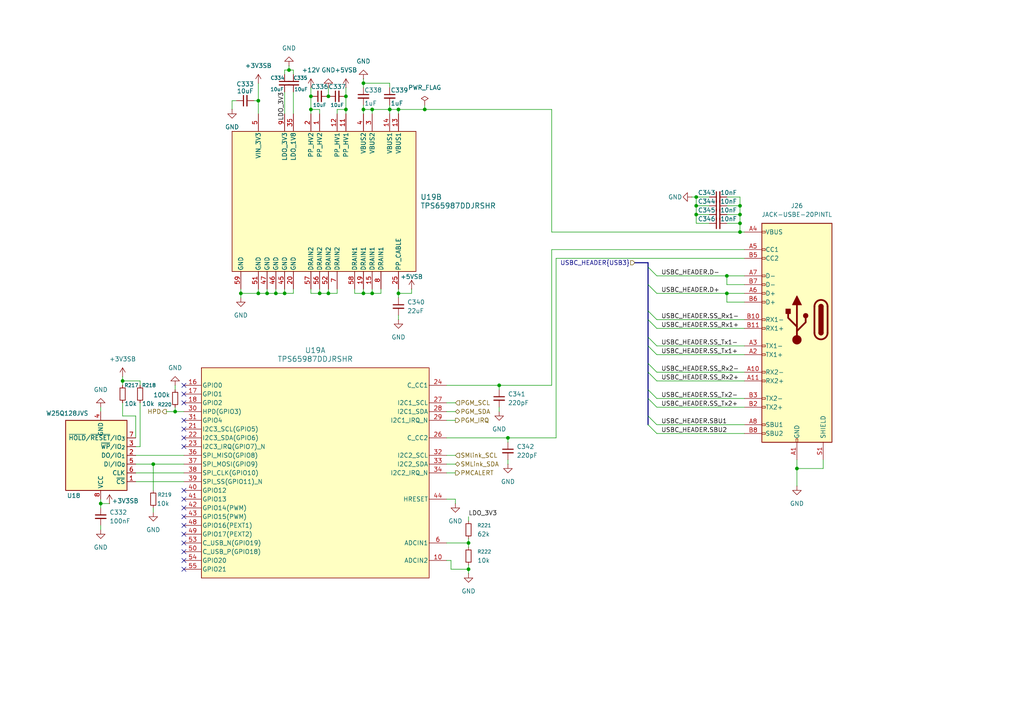
<source format=kicad_sch>
(kicad_sch (version 20250114) (generator "eeschema") (generator_version "9.0")
  (paper "A4")
  (lib_symbols
    (symbol "Connector:USB_C_Receptacle" (pin_names (offset 1.016))
      (property "Reference" "J" (at -10.16 29.21 0))
      (property "Value" "USB_C_Receptacle" (at 10.16 29.21 0))
      (symbol "USB_C_Receptacle_0_0"
        (rectangle (start -0.254 -35.56) (end 0.254 -34.544))
        (rectangle (start 10.16 25.654) (end 9.144 25.146))
        (rectangle (start 10.16 20.574) (end 9.144 20.066))
        (rectangle (start 10.16 18.034) (end 9.144 17.526))
        (rectangle (start 10.16 12.954) (end 9.144 12.446))
        (rectangle (start 10.16 10.414) (end 9.144 9.906))
        (rectangle (start 10.16 7.874) (end 9.144 7.366))
        (rectangle (start 10.16 5.334) (end 9.144 4.826))
        (rectangle (start 10.16 0.254) (end 9.144 -0.254))
        (rectangle (start 10.16 -2.286) (end 9.144 -2.794))
        (rectangle (start 10.16 -7.366) (end 9.144 -7.874))
        (rectangle (start 10.16 -9.906) (end 9.144 -10.414))
        (rectangle (start 10.16 -14.986) (end 9.144 -15.494))
        (rectangle (start 10.16 -17.526) (end 9.144 -18.034))
        (rectangle (start 10.16 -22.606) (end 9.144 -23.114))
        (rectangle (start 10.16 -25.146) (end 9.144 -25.654))
        (rectangle (start 10.16 -30.226) (end 9.144 -30.734))
        (rectangle (start 10.16 -32.766) (end 9.144 -33.274))
      )
      (symbol "USB_C_Receptacle_0_1"
        (rectangle (start -10.16 27.94) (end 10.16 -35.56) (stroke (width 0.254)) (fill (type background)))
        (polyline (pts (xy -8.89 -3.81) (xy -8.89 3.81)) (stroke (width 0.508)))
        (rectangle (start -7.62 -3.81) (end -6.35 3.81) (stroke (width 0.254)) (fill (type outline)))
        (arc (start -7.62 3.81) (mid -6.985 4.4423) (end -6.35 3.81) (stroke (width 0.254)))
        (arc (start -7.62 3.81) (mid -6.985 4.4423) (end -6.35 3.81) (stroke (width 0.254)) (fill (type outline)))
        (arc (start -8.89 3.81) (mid -6.985 5.7067) (end -5.08 3.81) (stroke (width 0.508)))
        (arc (start -5.08 -3.81) (mid -6.985 -5.7067) (end -8.89 -3.81) (stroke (width 0.508)))
        (arc (start -6.35 -3.81) (mid -6.985 -4.4423) (end -7.62 -3.81) (stroke (width 0.254)))
        (arc (start -6.35 -3.81) (mid -6.985 -4.4423) (end -7.62 -3.81) (stroke (width 0.254)) (fill (type outline)))
        (polyline (pts (xy -5.08 3.81) (xy -5.08 -3.81)) (stroke (width 0.508)))
      )
      (symbol "USB_C_Receptacle_1_1"
        (circle (center -2.54 1.143) (radius 0.635) (stroke (width 0.254)) (fill (type outline)))
        (polyline (pts (xy -1.27 4.318) (xy 0 6.858) (xy 1.27 4.318) (xy -1.27 4.318)) (stroke (width 0.254)) (fill (type outline)))
        (polyline (pts (xy 0 -2.032) (xy 2.54 0.508) (xy 2.54 1.778)) (stroke (width 0.508)))
        (polyline (pts (xy 0 -3.302) (xy -2.54 -0.762) (xy -2.54 0.508)) (stroke (width 0.508)))
        (polyline (pts (xy 0 -5.842) (xy 0 4.318)) (stroke (width 0.508)))
        (circle (center 0 -5.842) (radius 1.27) (fill (type outline)))
        (rectangle (start 1.905 1.778) (end 3.175 3.048) (stroke (width 0.254)) (fill (type outline)))
        (pin passive line (at -7.62 -40.64 90) (length 5.08) (name "SHIELD") (number "S1"))
        (pin passive line (at 0 -40.64 90) (length 5.08) (name "GND") (number "A1"))
        (pin passive line (at 0 -40.64 90) (length 5.08) (hide yes) (name "GND") (number "A12"))
        (pin passive line (at 0 -40.64 90) (length 5.08) (hide yes) (name "GND") (number "B1"))
        (pin passive line (at 0 -40.64 90) (length 5.08) (hide yes) (name "GND") (number "B12"))
        (pin passive line (at 15.24 25.4 180) (length 5.08) (name "VBUS") (number "A4"))
        (pin passive line (at 15.24 25.4 180) (length 5.08) (hide yes) (name "VBUS") (number "A9"))
        (pin passive line (at 15.24 25.4 180) (length 5.08) (hide yes) (name "VBUS") (number "B4"))
        (pin passive line (at 15.24 25.4 180) (length 5.08) (hide yes) (name "VBUS") (number "B9"))
        (pin bidirectional line (at 15.24 20.32 180) (length 5.08) (name "CC1") (number "A5"))
        (pin bidirectional line (at 15.24 17.78 180) (length 5.08) (name "CC2") (number "B5"))
        (pin bidirectional line (at 15.24 12.7 180) (length 5.08) (name "D-") (number "A7"))
        (pin bidirectional line (at 15.24 10.16 180) (length 5.08) (name "D-") (number "B7"))
        (pin bidirectional line (at 15.24 7.62 180) (length 5.08) (name "D+") (number "A6"))
        (pin bidirectional line (at 15.24 5.08 180) (length 5.08) (name "D+") (number "B6"))
        (pin bidirectional line (at 15.24 0 180) (length 5.08) (name "RX1-") (number "B10"))
        (pin bidirectional line (at 15.24 -2.54 180) (length 5.08) (name "RX1+") (number "B11"))
        (pin bidirectional line (at 15.24 -7.62 180) (length 5.08) (name "TX1-") (number "A3"))
        (pin bidirectional line (at 15.24 -10.16 180) (length 5.08) (name "TX1+") (number "A2"))
        (pin bidirectional line (at 15.24 -15.24 180) (length 5.08) (name "RX2-") (number "A10"))
        (pin bidirectional line (at 15.24 -17.78 180) (length 5.08) (name "RX2+") (number "A11"))
        (pin bidirectional line (at 15.24 -22.86 180) (length 5.08) (name "TX2-") (number "B3"))
        (pin bidirectional line (at 15.24 -25.4 180) (length 5.08) (name "TX2+") (number "B2"))
        (pin bidirectional line (at 15.24 -30.48 180) (length 5.08) (name "SBU1") (number "A8"))
        (pin bidirectional line (at 15.24 -33.02 180) (length 5.08) (name "SBU2") (number "B8"))
      )
    )
    (symbol "Device:C_Small" (pin_numbers (hide yes)) (pin_names (offset 0.254) (hide yes))
      (property "Reference" "C" (at 0.254 1.778 0))
      (property "Value" "C_Small" (at 0.254 -2.032 0))
      (symbol "C_Small_0_1"
        (polyline (pts (xy -1.524 0.508) (xy 1.524 0.508)) (stroke (width 0.3048)))
        (polyline (pts (xy -1.524 -0.508) (xy 1.524 -0.508)) (stroke (width 0.3302)))
      )
      (symbol "C_Small_1_1"
        (pin passive line (at 0 2.54 270) (length 2.032) (name "~") (number "1"))
        (pin passive line (at 0 -2.54 90) (length 2.032) (name "~") (number "2"))
      )
    )
    (symbol "Device:R_Small" (pin_numbers (hide yes)) (pin_names (offset 0.254) (hide yes))
      (property "Reference" "R" (at 0 0 90))
      (property "Value" "R_Small" (at 1.778 0 90))
      (symbol "R_Small_0_1"
        (rectangle (start -0.762 1.778) (end 0.762 -1.778) (stroke (width 0.2032)))
      )
      (symbol "R_Small_1_1"
        (pin passive line (at 0 2.54 270) (length 0.762) (name "~") (number "1"))
        (pin passive line (at 0 -2.54 90) (length 0.762) (name "~") (number "2"))
      )
    )
    (symbol "Memory_Flash:W25Q128JVS"
      (property "Reference" "U" (at -6.35 11.43 0))
      (property "Value" "W25Q128JVS" (at 7.62 11.43 0))
      (symbol "W25Q128JVS_0_1"
        (rectangle (start -7.62 10.16) (end 10.16 -10.16) (stroke (width 0.254)) (fill (type background)))
      )
      (symbol "W25Q128JVS_1_1"
        (pin input line (at -10.16 7.62 0) (length 2.54) (name "~{CS}") (number "1"))
        (pin input line (at -10.16 5.08 0) (length 2.54) (name "CLK") (number "6"))
        (pin bidirectional line (at -10.16 2.54 0) (length 2.54) (name "DI/IO_{0}") (number "5"))
        (pin bidirectional line (at -10.16 0 0) (length 2.54) (name "DO/IO_{1}") (number "2"))
        (pin bidirectional line (at -10.16 -2.54 0) (length 2.54) (name "~{WP}/IO_{2}") (number "3"))
        (pin bidirectional line (at -10.16 -5.08 0) (length 2.54) (name "~{HOLD}/~{RESET}/IO_{3}") (number "7"))
        (pin power_in line (at 0 12.7 270) (length 2.54) (name "VCC") (number "8"))
        (pin power_in line (at 0 -12.7 90) (length 2.54) (name "GND") (number "4"))
      )
    )
    (symbol "TPS65987D:TPS65987DDKRSHR" (pin_names (offset 0.254))
      (property "Reference" "U" (at 0 2.54 0))
      (property "Value" "TPS65987DDKRSHR" (at 0 0 0))
      (symbol "TPS65987DDKRSHR_1_1"
        (rectangle (start 5.08 5.08) (end 71.12 -55.88) (stroke (width 0.2032)) (fill (type background)))
        (pin bidirectional line (at 0 0 0) (length 5.08) (name "GPIO0") (number "16"))
        (pin bidirectional line (at 0 -2.54 0) (length 5.08) (name "GPIO1") (number "17"))
        (pin bidirectional line (at 0 -5.08 0) (length 5.08) (name "GPIO2") (number "18"))
        (pin bidirectional line (at 0 -7.62 0) (length 5.08) (name "HPD(GPIO3)") (number "30"))
        (pin bidirectional line (at 0 -10.16 0) (length 5.08) (name "GPIO4") (number "31"))
        (pin bidirectional line (at 0 -12.7 0) (length 5.08) (name "I2C3_SCL(GPIO5)") (number "21"))
        (pin bidirectional line (at 0 -15.24 0) (length 5.08) (name "I2C3_SDA(GPIO6)") (number "22"))
        (pin bidirectional line (at 0 -17.78 0) (length 5.08) (name "I2C3_IRQ(GPIO7)_N") (number "23"))
        (pin bidirectional line (at 0 -20.32 0) (length 5.08) (name "SPI_MISO(GPIO8)") (number "36"))
        (pin bidirectional line (at 0 -22.86 0) (length 5.08) (name "SPI_MOSI(GPIO9)") (number "37"))
        (pin bidirectional line (at 0 -25.4 0) (length 5.08) (name "SPI_CLK(GPIO10)") (number "38"))
        (pin bidirectional line (at 0 -27.94 0) (length 5.08) (name "SPI_SS(GPIO11)_N") (number "39"))
        (pin bidirectional line (at 0 -30.48 0) (length 5.08) (name "GPIO12") (number "40"))
        (pin bidirectional line (at 0 -33.02 0) (length 5.08) (name "GPIO13") (number "41"))
        (pin bidirectional line (at 0 -35.56 0) (length 5.08) (name "GPIO14(PWM)") (number "42"))
        (pin bidirectional line (at 0 -38.1 0) (length 5.08) (name "GPIO15(PWM)") (number "43"))
        (pin bidirectional line (at 0 -40.64 0) (length 5.08) (name "GPIO16(PEXT1)") (number "48"))
        (pin bidirectional line (at 0 -43.18 0) (length 5.08) (name "GPIO17(PEXT2)") (number "49"))
        (pin bidirectional line (at 0 -45.72 0) (length 5.08) (name "C_USB_N(GPIO19)") (number "53"))
        (pin bidirectional line (at 0 -48.26 0) (length 5.08) (name "C_USB_P(GPIO18)") (number "50"))
        (pin bidirectional line (at 0 -50.8 0) (length 5.08) (name "GPIO20") (number "54"))
        (pin bidirectional line (at 0 -53.34 0) (length 5.08) (name "GPIO21") (number "55"))
        (pin tri_state line (at 76.2 0 180) (length 5.08) (name "C_CC1") (number "24"))
        (pin bidirectional line (at 76.2 -5.08 180) (length 5.08) (name "I2C1_SCL") (number "27"))
        (pin bidirectional line (at 76.2 -7.62 180) (length 5.08) (name "I2C1_SDA") (number "28"))
        (pin output line (at 76.2 -10.16 180) (length 5.08) (name "I2C1_IRQ_N") (number "29"))
        (pin tri_state line (at 76.2 -15.24 180) (length 5.08) (name "C_CC2") (number "26"))
        (pin bidirectional line (at 76.2 -20.32 180) (length 5.08) (name "I2C2_SCL") (number "32"))
        (pin bidirectional line (at 76.2 -22.86 180) (length 5.08) (name "I2C2_SDA") (number "33"))
        (pin output line (at 76.2 -25.4 180) (length 5.08) (name "I2C2_IRQ_N") (number "34"))
        (pin input line (at 76.2 -33.02 180) (length 5.08) (name "HRESET") (number "44"))
        (pin unspecified line (at 76.2 -45.72 180) (length 5.08) (name "ADCIN1") (number "6"))
        (pin unspecified line (at 76.2 -50.8 180) (length 5.08) (name "ADCIN2") (number "10"))
      )
      (symbol "TPS65987DDKRSHR_2_1"
        (rectangle (start 5.08 5.08) (end 45.72 -48.26) (stroke (width 0.2032)) (fill (type background)))
        (pin power_in line (at 0 0 0) (length 5.08) (name "VBUS1") (number "13"))
        (pin power_in line (at 0 -2.54 0) (length 5.08) (name "VBUS1") (number "14"))
        (pin power_in line (at 0 -7.62 0) (length 5.08) (name "VBUS2") (number "3"))
        (pin power_in line (at 0 -10.16 0) (length 5.08) (name "VBUS2") (number "4"))
        (pin power_in line (at 0 -15.24 0) (length 5.08) (name "PP_HV1") (number "11"))
        (pin power_in line (at 0 -17.78 0) (length 5.08) (name "PP_HV1") (number "12"))
        (pin power_in line (at 0 -22.86 0) (length 5.08) (name "PP_HV2") (number "1"))
        (pin power_in line (at 0 -25.4 0) (length 5.08) (name "PP_HV2") (number "2"))
        (pin power_in line (at 0 -30.48 0) (length 5.08) (name "LDO_1V8") (number "35"))
        (pin power_in line (at 0 -33.02 0) (length 5.08) (name "LDO_3V3") (number "9"))
        (pin power_in line (at 0 -40.64 0) (length 5.08) (name "VIN_3V3") (number "5"))
        (pin power_in line (at 50.8 0 180) (length 5.08) (name "PP_CABLE") (number "25"))
        (pin unspecified line (at 50.8 -5.08 180) (length 5.08) (name "DRAIN1") (number "8"))
        (pin unspecified line (at 50.8 -7.62 180) (length 5.08) (name "DRAIN1") (number "15"))
        (pin unspecified line (at 50.8 -10.16 180) (length 5.08) (name "DRAIN1") (number "19"))
        (pin unspecified line (at 50.8 -12.7 180) (length 5.08) (name "DRAIN1") (number "58"))
        (pin unspecified line (at 50.8 -17.78 180) (length 5.08) (name "DRAIN2") (number "7"))
        (pin unspecified line (at 50.8 -20.32 180) (length 5.08) (name "DRAIN2") (number "52"))
        (pin unspecified line (at 50.8 -22.86 180) (length 5.08) (name "DRAIN2") (number "56"))
        (pin unspecified line (at 50.8 -25.4 180) (length 5.08) (name "DRAIN2") (number "57"))
        (pin power_in line (at 50.8 -30.48 180) (length 5.08) (name "GND") (number "20"))
        (pin power_in line (at 50.8 -33.02 180) (length 5.08) (name "GND") (number "45"))
        (pin power_in line (at 50.8 -35.56 180) (length 5.08) (name "GND") (number "46"))
        (pin power_in line (at 50.8 -38.1 180) (length 5.08) (name "GND") (number "47"))
        (pin power_in line (at 50.8 -40.64 180) (length 5.08) (name "GND") (number "51"))
        (pin power_in line (at 50.8 -45.72 180) (length 5.08) (name "GND") (number "59"))
      )
    )
    (symbol "TPS65987DDKRSHR_1" (pin_names (offset 0.254))
      (property "Reference" "U" (at 0 2.54 0))
      (property "Value" "TPS65987DDKRSHR" (at 0 0 0))
      (symbol "TPS65987DDKRSHR_1_1_1"
        (rectangle (start 5.08 5.08) (end 71.12 -55.88) (stroke (width 0.2032)) (fill (type background)))
        (pin bidirectional line (at 0 0 0) (length 5.08) (name "GPIO0") (number "16"))
        (pin bidirectional line (at 0 -2.54 0) (length 5.08) (name "GPIO1") (number "17"))
        (pin bidirectional line (at 0 -5.08 0) (length 5.08) (name "GPIO2") (number "18"))
        (pin bidirectional line (at 0 -7.62 0) (length 5.08) (name "HPD(GPIO3)") (number "30"))
        (pin bidirectional line (at 0 -10.16 0) (length 5.08) (name "GPIO4") (number "31"))
        (pin bidirectional line (at 0 -12.7 0) (length 5.08) (name "I2C3_SCL(GPIO5)") (number "21"))
        (pin bidirectional line (at 0 -15.24 0) (length 5.08) (name "I2C3_SDA(GPIO6)") (number "22"))
        (pin bidirectional line (at 0 -17.78 0) (length 5.08) (name "I2C3_IRQ(GPIO7)_N") (number "23"))
        (pin bidirectional line (at 0 -20.32 0) (length 5.08) (name "SPI_MISO(GPIO8)") (number "36"))
        (pin bidirectional line (at 0 -22.86 0) (length 5.08) (name "SPI_MOSI(GPIO9)") (number "37"))
        (pin bidirectional line (at 0 -25.4 0) (length 5.08) (name "SPI_CLK(GPIO10)") (number "38"))
        (pin bidirectional line (at 0 -27.94 0) (length 5.08) (name "SPI_SS(GPIO11)_N") (number "39"))
        (pin bidirectional line (at 0 -30.48 0) (length 5.08) (name "GPIO12") (number "40"))
        (pin bidirectional line (at 0 -33.02 0) (length 5.08) (name "GPIO13") (number "41"))
        (pin bidirectional line (at 0 -35.56 0) (length 5.08) (name "GPIO14(PWM)") (number "42"))
        (pin bidirectional line (at 0 -38.1 0) (length 5.08) (name "GPIO15(PWM)") (number "43"))
        (pin bidirectional line (at 0 -40.64 0) (length 5.08) (name "GPIO16(PEXT1)") (number "48"))
        (pin bidirectional line (at 0 -43.18 0) (length 5.08) (name "GPIO17(PEXT2)") (number "49"))
        (pin bidirectional line (at 0 -45.72 0) (length 5.08) (name "C_USB_N(GPIO19)") (number "53"))
        (pin bidirectional line (at 0 -48.26 0) (length 5.08) (name "C_USB_P(GPIO18)") (number "50"))
        (pin bidirectional line (at 0 -50.8 0) (length 5.08) (name "GPIO20") (number "54"))
        (pin bidirectional line (at 0 -53.34 0) (length 5.08) (name "GPIO21") (number "55"))
        (pin tri_state line (at 76.2 0 180) (length 5.08) (name "C_CC1") (number "24"))
        (pin bidirectional line (at 76.2 -5.08 180) (length 5.08) (name "I2C1_SCL") (number "27"))
        (pin bidirectional line (at 76.2 -7.62 180) (length 5.08) (name "I2C1_SDA") (number "28"))
        (pin output line (at 76.2 -10.16 180) (length 5.08) (name "I2C1_IRQ_N") (number "29"))
        (pin tri_state line (at 76.2 -15.24 180) (length 5.08) (name "C_CC2") (number "26"))
        (pin bidirectional line (at 76.2 -20.32 180) (length 5.08) (name "I2C2_SCL") (number "32"))
        (pin bidirectional line (at 76.2 -22.86 180) (length 5.08) (name "I2C2_SDA") (number "33"))
        (pin output line (at 76.2 -25.4 180) (length 5.08) (name "I2C2_IRQ_N") (number "34"))
        (pin input line (at 76.2 -33.02 180) (length 5.08) (name "HRESET") (number "44"))
        (pin unspecified line (at 76.2 -45.72 180) (length 5.08) (name "ADCIN1") (number "6"))
        (pin unspecified line (at 76.2 -50.8 180) (length 5.08) (name "ADCIN2") (number "10"))
      )
      (symbol "TPS65987DDKRSHR_1_2_1"
        (rectangle (start 5.08 5.08) (end 45.72 -48.26) (stroke (width 0.2032)) (fill (type background)))
        (pin power_in line (at 0 0 0) (length 5.08) (name "VBUS1") (number "13"))
        (pin power_in line (at 0 -2.54 0) (length 5.08) (name "VBUS1") (number "14"))
        (pin power_in line (at 0 -7.62 0) (length 5.08) (name "VBUS2") (number "3"))
        (pin power_in line (at 0 -10.16 0) (length 5.08) (name "VBUS2") (number "4"))
        (pin power_in line (at 0 -15.24 0) (length 5.08) (name "PP_HV1") (number "11"))
        (pin power_in line (at 0 -17.78 0) (length 5.08) (name "PP_HV1") (number "12"))
        (pin power_in line (at 0 -22.86 0) (length 5.08) (name "PP_HV2") (number "1"))
        (pin power_in line (at 0 -25.4 0) (length 5.08) (name "PP_HV2") (number "2"))
        (pin power_in line (at 0 -30.48 0) (length 5.08) (name "LDO_1V8") (number "35"))
        (pin power_in line (at 0 -33.02 0) (length 5.08) (name "LDO_3V3") (number "9"))
        (pin power_in line (at 0 -40.64 0) (length 5.08) (name "VIN_3V3") (number "5"))
        (pin power_in line (at 50.8 0 180) (length 5.08) (name "PP_CABLE") (number "25"))
        (pin unspecified line (at 50.8 -5.08 180) (length 5.08) (name "DRAIN1") (number "8"))
        (pin unspecified line (at 50.8 -7.62 180) (length 5.08) (name "DRAIN1") (number "15"))
        (pin unspecified line (at 50.8 -10.16 180) (length 5.08) (name "DRAIN1") (number "19"))
        (pin unspecified line (at 50.8 -12.7 180) (length 5.08) (name "DRAIN1") (number "58"))
        (pin unspecified line (at 50.8 -17.78 180) (length 5.08) (name "DRAIN2") (number "7"))
        (pin unspecified line (at 50.8 -20.32 180) (length 5.08) (name "DRAIN2") (number "52"))
        (pin unspecified line (at 50.8 -22.86 180) (length 5.08) (name "DRAIN2") (number "56"))
        (pin unspecified line (at 50.8 -25.4 180) (length 5.08) (name "DRAIN2") (number "57"))
        (pin power_in line (at 50.8 -30.48 180) (length 5.08) (name "GND") (number "20"))
        (pin power_in line (at 50.8 -33.02 180) (length 5.08) (name "GND") (number "45"))
        (pin power_in line (at 50.8 -35.56 180) (length 5.08) (name "GND") (number "46"))
        (pin power_in line (at 50.8 -38.1 180) (length 5.08) (name "GND") (number "47"))
        (pin power_in line (at 50.8 -40.64 180) (length 5.08) (name "GND") (number "51"))
        (pin power_in line (at 50.8 -45.72 180) (length 5.08) (name "GND") (number "59"))
      )
    )
    (symbol "power:+12V" (power) (pin_numbers (hide yes)) (pin_names (offset 0) (hide yes))
      (property "Value" "+12V" (at 0 3.556 0))
      (symbol "+12V_0_1"
        (polyline (pts (xy -0.762 1.27) (xy 0 2.54)))
        (polyline (pts (xy 0 2.54) (xy 0.762 1.27)))
        (polyline (pts (xy 0 0) (xy 0 2.54)))
      )
      (symbol "+12V_1_1"
        (pin power_in line (at 0 0 90) (length 0) (name "~") (number "1"))
      )
    )
    (symbol "power:+3V3" (power) (pin_numbers (hide yes)) (pin_names (offset 0) (hide yes))
      (property "Value" "+3V3" (at 0 3.556 0))
      (symbol "+3V3_0_1"
        (polyline (pts (xy -0.762 1.27) (xy 0 2.54)))
        (polyline (pts (xy 0 2.54) (xy 0.762 1.27)))
        (polyline (pts (xy 0 0) (xy 0 2.54)))
      )
      (symbol "+3V3_1_1"
        (pin power_in line (at 0 0 90) (length 0) (name "~") (number "1"))
      )
    )
    (symbol "power:+5V" (power) (pin_numbers (hide yes)) (pin_names (offset 0) (hide yes))
      (property "Value" "+5V" (at 0 3.556 0))
      (symbol "+5V_0_1"
        (polyline (pts (xy -0.762 1.27) (xy 0 2.54)))
        (polyline (pts (xy 0 2.54) (xy 0.762 1.27)))
        (polyline (pts (xy 0 0) (xy 0 2.54)))
      )
      (symbol "+5V_1_1"
        (pin power_in line (at 0 0 90) (length 0) (name "~") (number "1"))
      )
    )
    (symbol "power:GND" (power) (pin_numbers (hide yes)) (pin_names (offset 0) (hide yes))
      (property "Value" "GND" (at 0 -3.81 0))
      (symbol "GND_0_1"
        (polyline (pts (xy 0 0) (xy 0 -1.27) (xy 1.27 -1.27) (xy 0 -2.54) (xy -1.27 -1.27) (xy 0 -1.27)))
      )
      (symbol "GND_1_1"
        (pin power_in line (at 0 0 270) (length 0) (name "~") (number "1"))
      )
    )
    (symbol "power:PWR_FLAG" (power) (pin_numbers (hide yes)) (pin_names (offset 0) (hide yes))
      (property "Value" "PWR_FLAG" (at 0 3.81 0))
      (symbol "PWR_FLAG_0_0"
        (pin power_out line (at 0 0 90) (length 0) (name "~") (number "1"))
      )
      (symbol "PWR_FLAG_0_1"
        (polyline (pts (xy 0 0) (xy 0 1.27) (xy -1.016 1.905) (xy 0 2.54) (xy 1.016 1.905) (xy 0 1.27)))
      )
    )
  )
  (junction (at 80.01 85.09))
  (junction (at 100.33 31.75))
  (junction (at 113.03 31.75))
  (junction (at 107.95 31.75))
  (junction (at 74.93 85.09))
  (junction (at 29.21 146.05))
  (junction (at 105.41 24.13))
  (junction (at 44.45 134.62))
  (junction (at 201.93 62.23))
  (junction (at 105.41 85.09))
  (junction (at 90.17 31.75))
  (junction (at 83.82 20.32))
  (junction (at 214.63 59.69))
  (junction (at 135.89 165.1))
  (junction (at 147.32 127))
  (junction (at 214.63 67.31))
  (junction (at 144.78 111.76))
  (junction (at 115.57 85.09))
  (junction (at 210.82 80.01))
  (junction (at 123.19 31.75))
  (junction (at 214.63 62.23))
  (junction (at 100.33 27.94))
  (junction (at 210.82 85.09))
  (junction (at 201.93 59.69))
  (junction (at 95.25 27.94))
  (junction (at 201.93 57.15))
  (junction (at 135.89 157.48))
  (junction (at 105.41 31.75))
  (junction (at 95.25 85.09))
  (junction (at 69.85 85.09))
  (junction (at 74.93 29.21))
  (junction (at 92.71 85.09))
  (junction (at 77.47 85.09))
  (junction (at 50.8 119.38))
  (junction (at 107.95 85.09))
  (junction (at 90.17 27.94))
  (junction (at 82.55 85.09))
  (junction (at 35.56 110.49))
  (junction (at 214.63 64.77))
  (junction (at 115.57 31.75))
  (junction (at 231.14 135.89))
  (no_connect (at 53.34 111.76))
  (no_connect (at 53.34 149.86))
  (no_connect (at 53.34 154.94))
  (no_connect (at 53.34 157.48))
  (no_connect (at 53.34 142.24))
  (no_connect (at 53.34 129.54))
  (no_connect (at 53.34 147.32))
  (no_connect (at 53.34 124.46))
  (no_connect (at 53.34 144.78))
  (no_connect (at 53.34 121.92))
  (no_connect (at 53.34 127))
  (no_connect (at 53.34 152.4))
  (no_connect (at 53.34 116.84))
  (no_connect (at 53.34 114.3))
  (no_connect (at 53.34 160.02))
  (no_connect (at 53.34 165.1))
  (no_connect (at 53.34 162.56))
  (bus_entry (at 187.96 77.47) (size 2.54 2.54))
  (bus_entry (at 187.96 92.71) (size 2.54 2.54))
  (bus_entry (at 187.96 82.55) (size 2.54 2.54))
  (bus_entry (at 187.96 100.33) (size 2.54 2.54))
  (bus_entry (at 187.96 105.41) (size 2.54 2.54))
  (bus_entry (at 187.96 90.17) (size 2.54 2.54))
  (bus_entry (at 187.96 120.65) (size 2.54 2.54))
  (bus_entry (at 187.96 123.19) (size 2.54 2.54))
  (bus_entry (at 187.96 97.79) (size 2.54 2.54))
  (bus_entry (at 187.96 115.57) (size 2.54 2.54))
  (bus_entry (at 187.96 113.03) (size 2.54 2.54))
  (bus_entry (at 187.96 107.95) (size 2.54 2.54))
  (wire (pts (xy 74.93 24.13) (xy 74.93 29.21)))
  (wire (pts (xy 107.95 85.09) (xy 110.49 85.09)))
  (wire (pts (xy 200.66 57.15) (xy 201.93 57.15)))
  (wire (pts (xy 40.64 116.84) (xy 40.64 129.54)))
  (wire (pts (xy 115.57 31.75) (xy 123.19 31.75)))
  (wire (pts (xy 74.93 85.09) (xy 77.47 85.09)))
  (wire (pts (xy 105.41 24.13) (xy 105.41 25.4)))
  (bus (pts (xy 187.96 113.03) (xy 187.96 115.57)))
  (wire (pts (xy 82.55 26.67) (xy 82.55 33.02)))
  (wire (pts (xy 210.82 59.69) (xy 214.63 59.69)))
  (wire (pts (xy 69.85 85.09) (xy 69.85 86.36)))
  (wire (pts (xy 100.33 31.75) (xy 100.33 33.02)))
  (wire (pts (xy 90.17 33.02) (xy 90.17 31.75)))
  (wire (pts (xy 190.5 115.57) (xy 215.9 115.57)))
  (wire (pts (xy 110.49 83.82) (xy 110.49 85.09)))
  (wire (pts (xy 105.41 31.75) (xy 105.41 33.02)))
  (wire (pts (xy 83.82 20.32) (xy 83.82 19.05)))
  (wire (pts (xy 160.02 31.75) (xy 160.02 67.31)))
  (wire (pts (xy 231.14 135.89) (xy 231.14 140.97)))
  (wire (pts (xy 190.5 92.71) (xy 215.9 92.71)))
  (wire (pts (xy 39.37 129.54) (xy 40.64 129.54)))
  (wire (pts (xy 190.5 80.01) (xy 210.82 80.01)))
  (wire (pts (xy 85.09 83.82) (xy 85.09 85.09)))
  (wire (pts (xy 105.41 85.09) (xy 107.95 85.09)))
  (wire (pts (xy 161.29 74.93) (xy 161.29 127)))
  (wire (pts (xy 97.79 85.09) (xy 97.79 83.82)))
  (wire (pts (xy 90.17 85.09) (xy 92.71 85.09)))
  (wire (pts (xy 238.76 135.89) (xy 231.14 135.89)))
  (wire (pts (xy 214.63 67.31) (xy 215.9 67.31)))
  (wire (pts (xy 105.41 22.86) (xy 105.41 24.13)))
  (bus (pts (xy 184.15 76.2) (xy 187.96 76.2)))
  (wire (pts (xy 115.57 91.44) (xy 115.57 92.71)))
  (wire (pts (xy 238.76 133.35) (xy 238.76 135.89)))
  (wire (pts (xy 115.57 31.75) (xy 113.03 31.75)))
  (wire (pts (xy 210.82 64.77) (xy 214.63 64.77)))
  (wire (pts (xy 210.82 87.63) (xy 215.9 87.63)))
  (wire (pts (xy 82.55 83.82) (xy 82.55 85.09)))
  (wire (pts (xy 129.54 116.84) (xy 132.08 116.84)))
  (wire (pts (xy 135.89 166.37) (xy 135.89 165.1)))
  (wire (pts (xy 135.89 149.86) (xy 135.89 151.13)))
  (wire (pts (xy 90.17 31.75) (xy 92.71 31.75)))
  (wire (pts (xy 35.56 109.22) (xy 35.56 110.49)))
  (wire (pts (xy 92.71 83.82) (xy 92.71 85.09)))
  (wire (pts (xy 160.02 111.76) (xy 160.02 72.39)))
  (wire (pts (xy 201.93 59.69) (xy 201.93 62.23)))
  (wire (pts (xy 129.54 121.92) (xy 132.08 121.92)))
  (wire (pts (xy 39.37 139.7) (xy 53.34 139.7)))
  (wire (pts (xy 130.81 165.1) (xy 135.89 165.1)))
  (wire (pts (xy 147.32 127) (xy 147.32 128.27)))
  (wire (pts (xy 135.89 157.48) (xy 135.89 158.75)))
  (wire (pts (xy 97.79 31.75) (xy 97.79 33.02)))
  (wire (pts (xy 67.31 29.21) (xy 67.31 31.75)))
  (wire (pts (xy 80.01 83.82) (xy 80.01 85.09)))
  (wire (pts (xy 210.82 82.55) (xy 215.9 82.55)))
  (wire (pts (xy 190.5 123.19) (xy 215.9 123.19)))
  (wire (pts (xy 201.93 64.77) (xy 205.74 64.77)))
  (wire (pts (xy 95.25 83.82) (xy 95.25 85.09)))
  (bus (pts (xy 187.96 100.33) (xy 187.96 105.41)))
  (wire (pts (xy 129.54 137.16) (xy 132.08 137.16)))
  (bus (pts (xy 187.96 120.65) (xy 187.96 123.19)))
  (wire (pts (xy 214.63 64.77) (xy 214.63 67.31)))
  (wire (pts (xy 100.33 27.94) (xy 100.33 31.75)))
  (wire (pts (xy 39.37 134.62) (xy 44.45 134.62)))
  (wire (pts (xy 201.93 57.15) (xy 201.93 59.69)))
  (wire (pts (xy 201.93 59.69) (xy 205.74 59.69)))
  (wire (pts (xy 50.8 119.38) (xy 50.8 118.11)))
  (wire (pts (xy 115.57 83.82) (xy 115.57 85.09)))
  (wire (pts (xy 190.5 102.87) (xy 215.9 102.87)))
  (wire (pts (xy 107.95 31.75) (xy 107.95 33.02)))
  (wire (pts (xy 69.85 83.82) (xy 69.85 85.09)))
  (wire (pts (xy 129.54 111.76) (xy 144.78 111.76)))
  (bus (pts (xy 187.96 105.41) (xy 187.96 107.95)))
  (wire (pts (xy 29.21 146.05) (xy 31.75 146.05)))
  (wire (pts (xy 210.82 57.15) (xy 214.63 57.15)))
  (wire (pts (xy 115.57 85.09) (xy 119.38 85.09)))
  (wire (pts (xy 77.47 85.09) (xy 80.01 85.09)))
  (wire (pts (xy 190.5 110.49) (xy 215.9 110.49)))
  (wire (pts (xy 102.87 83.82) (xy 102.87 85.09)))
  (wire (pts (xy 210.82 62.23) (xy 214.63 62.23)))
  (wire (pts (xy 135.89 156.21) (xy 135.89 157.48)))
  (wire (pts (xy 29.21 144.78) (xy 29.21 146.05)))
  (wire (pts (xy 105.41 83.82) (xy 105.41 85.09)))
  (wire (pts (xy 130.81 162.56) (xy 130.81 165.1)))
  (wire (pts (xy 107.95 31.75) (xy 105.41 31.75)))
  (wire (pts (xy 92.71 31.75) (xy 92.71 33.02)))
  (wire (pts (xy 210.82 80.01) (xy 215.9 80.01)))
  (wire (pts (xy 105.41 24.13) (xy 113.03 24.13)))
  (wire (pts (xy 107.95 83.82) (xy 107.95 85.09)))
  (wire (pts (xy 190.5 125.73) (xy 215.9 125.73)))
  (wire (pts (xy 123.19 30.48) (xy 123.19 31.75)))
  (wire (pts (xy 144.78 111.76) (xy 144.78 113.03)))
  (wire (pts (xy 210.82 85.09) (xy 210.82 87.63)))
  (wire (pts (xy 132.08 144.78) (xy 132.08 146.05)))
  (wire (pts (xy 102.87 85.09) (xy 105.41 85.09)))
  (bus (pts (xy 187.96 107.95) (xy 187.96 113.03)))
  (wire (pts (xy 129.54 132.08) (xy 132.08 132.08)))
  (wire (pts (xy 135.89 163.83) (xy 135.89 165.1)))
  (wire (pts (xy 39.37 137.16) (xy 53.34 137.16)))
  (wire (pts (xy 201.93 62.23) (xy 205.74 62.23)))
  (wire (pts (xy 129.54 134.62) (xy 132.08 134.62)))
  (wire (pts (xy 105.41 30.48) (xy 105.41 31.75)))
  (bus (pts (xy 187.96 82.55) (xy 187.96 90.17)))
  (wire (pts (xy 82.55 20.32) (xy 83.82 20.32)))
  (wire (pts (xy 113.03 24.13) (xy 113.03 25.4)))
  (wire (pts (xy 115.57 31.75) (xy 115.57 33.02)))
  (wire (pts (xy 97.79 31.75) (xy 100.33 31.75)))
  (wire (pts (xy 144.78 111.76) (xy 160.02 111.76)))
  (wire (pts (xy 100.33 25.4) (xy 100.33 27.94)))
  (wire (pts (xy 214.63 59.69) (xy 214.63 62.23)))
  (wire (pts (xy 50.8 119.38) (xy 53.34 119.38)))
  (wire (pts (xy 44.45 147.32) (xy 44.45 148.59)))
  (wire (pts (xy 147.32 127) (xy 129.54 127)))
  (wire (pts (xy 90.17 27.94) (xy 90.17 31.75)))
  (wire (pts (xy 160.02 67.31) (xy 214.63 67.31)))
  (wire (pts (xy 50.8 113.03) (xy 50.8 111.76)))
  (wire (pts (xy 74.93 83.82) (xy 74.93 85.09)))
  (wire (pts (xy 113.03 30.48) (xy 113.03 31.75)))
  (wire (pts (xy 129.54 119.38) (xy 132.08 119.38)))
  (wire (pts (xy 85.09 26.67) (xy 85.09 33.02)))
  (wire (pts (xy 119.38 85.09) (xy 119.38 83.82)))
  (wire (pts (xy 129.54 144.78) (xy 132.08 144.78)))
  (wire (pts (xy 190.5 118.11) (xy 215.9 118.11)))
  (wire (pts (xy 210.82 85.09) (xy 215.9 85.09)))
  (wire (pts (xy 35.56 116.84) (xy 35.56 120.65)))
  (wire (pts (xy 90.17 27.94) (xy 90.17 25.4)))
  (wire (pts (xy 210.82 80.01) (xy 210.82 82.55)))
  (wire (pts (xy 85.09 20.32) (xy 85.09 21.59)))
  (wire (pts (xy 113.03 31.75) (xy 107.95 31.75)))
  (wire (pts (xy 82.55 21.59) (xy 82.55 20.32)))
  (bus (pts (xy 187.96 76.2) (xy 187.96 77.47)))
  (wire (pts (xy 40.64 110.49) (xy 40.64 111.76)))
  (wire (pts (xy 80.01 85.09) (xy 82.55 85.09)))
  (wire (pts (xy 214.63 62.23) (xy 214.63 64.77)))
  (bus (pts (xy 187.96 92.71) (xy 187.96 97.79)))
  (bus (pts (xy 187.96 90.17) (xy 187.96 92.71)))
  (bus (pts (xy 187.96 77.47) (xy 187.96 82.55)))
  (wire (pts (xy 48.26 119.38) (xy 50.8 119.38)))
  (wire (pts (xy 90.17 83.82) (xy 90.17 85.09)))
  (wire (pts (xy 129.54 162.56) (xy 130.81 162.56)))
  (wire (pts (xy 83.82 20.32) (xy 85.09 20.32)))
  (wire (pts (xy 113.03 31.75) (xy 113.03 33.02)))
  (wire (pts (xy 35.56 110.49) (xy 40.64 110.49)))
  (wire (pts (xy 95.25 85.09) (xy 97.79 85.09)))
  (bus (pts (xy 187.96 97.79) (xy 187.96 100.33)))
  (wire (pts (xy 35.56 120.65) (xy 39.37 120.65)))
  (wire (pts (xy 214.63 57.15) (xy 214.63 59.69)))
  (wire (pts (xy 73.66 29.21) (xy 74.93 29.21)))
  (wire (pts (xy 215.9 74.93) (xy 161.29 74.93)))
  (wire (pts (xy 147.32 133.35) (xy 147.32 134.62)))
  (wire (pts (xy 95.25 25.4) (xy 95.25 27.94)))
  (wire (pts (xy 82.55 85.09) (xy 85.09 85.09)))
  (wire (pts (xy 160.02 72.39) (xy 215.9 72.39)))
  (wire (pts (xy 231.14 133.35) (xy 231.14 135.89)))
  (wire (pts (xy 69.85 85.09) (xy 74.93 85.09)))
  (wire (pts (xy 129.54 157.48) (xy 135.89 157.48)))
  (wire (pts (xy 39.37 120.65) (xy 39.37 127)))
  (wire (pts (xy 44.45 134.62) (xy 44.45 142.24)))
  (wire (pts (xy 74.93 29.21) (xy 74.93 33.02)))
  (wire (pts (xy 201.93 62.23) (xy 201.93 64.77)))
  (wire (pts (xy 161.29 127) (xy 147.32 127)))
  (wire (pts (xy 190.5 100.33) (xy 215.9 100.33)))
  (wire (pts (xy 123.19 31.75) (xy 160.02 31.75)))
  (wire (pts (xy 190.5 107.95) (xy 215.9 107.95)))
  (wire (pts (xy 190.5 95.25) (xy 215.9 95.25)))
  (wire (pts (xy 44.45 134.62) (xy 53.34 134.62)))
  (wire (pts (xy 92.71 85.09) (xy 95.25 85.09)))
  (bus (pts (xy 187.96 115.57) (xy 187.96 120.65)))
  (wire (pts (xy 29.21 118.11) (xy 29.21 119.38)))
  (wire (pts (xy 201.93 57.15) (xy 205.74 57.15)))
  (wire (pts (xy 29.21 152.4) (xy 29.21 153.67)))
  (wire (pts (xy 77.47 83.82) (xy 77.47 85.09)))
  (wire (pts (xy 144.78 118.11) (xy 144.78 119.38)))
  (wire (pts (xy 35.56 110.49) (xy 35.56 111.76)))
  (wire (pts (xy 115.57 85.09) (xy 115.57 86.36)))
  (wire (pts (xy 29.21 146.05) (xy 29.21 147.32)))
  (wire (pts (xy 39.37 132.08) (xy 53.34 132.08)))
  (wire (pts (xy 68.58 29.21) (xy 67.31 29.21)))
  (wire (pts (xy 190.5 85.09) (xy 210.82 85.09)))
  (label "USBC_HEADER.SS_Rx2+" (at 191.77 110.49 0))
  (label "USBC_HEADER.SS_Rx2-" (at 191.77 107.95 0))
  (label "USBC_HEADER.D-" (at 191.77 80.01 0))
  (label "USBC_HEADER.D+" (at 191.77 85.09 0))
  (label "USBC_HEADER.SS_Tx1+" (at 191.77 102.87 0))
  (label "USBC_HEADER.SBU2" (at 191.77 125.73 0))
  (label "USBC_HEADER.SS_Tx2-" (at 191.77 115.57 0))
  (label "USBC_HEADER.SBU1" (at 191.77 123.19 0))
  (label "USBC_HEADER.SS_Tx2+" (at 191.77 118.11 0))
  (label "USBC_HEADER.SS_Rx1-" (at 191.77 92.71 0))
  (label "USBC_HEADER.SS_Rx1+" (at 191.77 95.25 0))
  (label "USBC_HEADER.SS_Tx1-" (at 191.77 100.33 0))
  (label "LDO_3V3" (at 135.89 149.86 0))
  (label "LDO_3V3" (at 82.55 26.67 270))
  (hierarchical_label "SMlink_SCL" (shape input) (at 132.08 132.08 0))
  (hierarchical_label "PGM_SCL" (shape input) (at 132.08 116.84 0))
  (hierarchical_label "PGM_IRQ" (shape output) (at 132.08 121.92 0))
  (hierarchical_label "SMLink_SDA" (shape bidirectional) (at 132.08 134.62 0))
  (hierarchical_label "HPD" (shape output) (at 48.26 119.38 180))
  (hierarchical_label "PMCALERT" (shape output) (at 132.08 137.16 0))
  (hierarchical_label "PGM_SDA" (shape bidirectional) (at 132.08 119.38 0))
  (hierarchical_label "USBC_HEADER{USB3}" (shape input) (at 184.15 76.2 180))
  (symbol (lib_id "Device:C_Small") (at 85.09 24.13 0) (unit 1)
    (property "Reference" "C335" (at 85.09 22.606 0) (effects (font (size 1.016 1.016)) (justify left)))
    (property "Value" "10uF" (at 85.344 25.908 0) (effects (font (size 1.016 1.016)) (justify left)))
    (property "Description" "Unpolarized capacitor, small symbol" (effects (hide yes)))
  )
  (symbol (lib_id "Memory_Flash:W25Q128JVS") (at 29.21 132.08 180) (unit 1)
    (property "Reference" "U18" (at 23.368 143.764 0) (effects (justify left)))
    (property "Value" "W25Q128JVS" (at 25.654 119.888 0) (effects (justify left)))
    (property "Footprint" "Package_SO:SOIC-8_5.3x5.3mm_P1.27mm" (effects (hide yes)))
    (property "Datasheet" "https://www.winbond.com/resource-files/w25q128jv_dtr%20revc%2003272018%20plus.pdf" (effects (hide yes)))
    (property "Description" "128Mbit / 16MiB Serial Flash Memory, Standard/Dual/Quad SPI, 2.7-3.6V, SOIC-8" (effects (hide yes)))
  )
  (symbol (lib_id "power:+3V3") (at 74.93 24.13 0) (unit 1)
    (property "Reference" "#PWR0302" (effects (hide yes)))
    (property "Value" "+3V3SB" (at 74.93 19.05 0))
    (property "Description" "Power symbol creates a global label with name \"+3V3\"" (effects (hide yes)))
  )
  (symbol (lib_id "Device:C_Small") (at 208.28 59.69 90) (unit 1)
    (property "Reference" "C344" (at 204.978 58.42 90))
    (property "Value" "10nF" (at 211.328 58.42 90))
    (property "Description" "Unpolarized capacitor, small symbol" (effects (hide yes)))
  )
  (symbol (lib_id "power:GND") (at 231.14 140.97 0) (unit 1)
    (property "Reference" "#PWR0315" (effects (hide yes)))
    (property "Value" "GND" (at 231.14 146.05 0))
    (property "Description" "Power symbol creates a global label with name \"GND\" , ground" (effects (hide yes)))
  )
  (symbol (lib_id "power:GND") (at 44.45 148.59 0) (unit 1)
    (property "Reference" "#PWR0298" (effects (hide yes)))
    (property "Value" "GND" (at 44.45 153.67 0))
    (property "Description" "Power symbol creates a global label with name \"GND\" , ground" (effects (hide yes)))
  )
  (symbol (lib_id "Device:C_Small") (at 97.79 27.94 90) (unit 1)
    (property "Reference" "C337" (at 97.79 25.146 90))
    (property "Value" "10uF" (at 97.79 30.48 90) (effects (font (size 1.016 1.016))))
    (property "Description" "Unpolarized capacitor, small symbol" (effects (hide yes)))
  )
  (symbol (lib_id "power:+5V") (at 100.33 25.4 0) (unit 1)
    (property "Reference" "#PWR0306" (effects (hide yes)))
    (property "Value" "+5VSB" (at 100.33 20.32 0))
    (property "Description" "Power symbol creates a global label with name \"+5V\"" (effects (hide yes)))
  )
  (symbol (lib_id "Connector:USB_C_Receptacle") (at 231.14 92.71 0) (mirror y) (unit 1)
    (property "Reference" "J26" (at 231.14 59.69 0))
    (property "Value" "JACK-USBE-20PINTL" (at 231.14 62.23 0))
    (property "Datasheet" "https://spec.globtek.info/spec/pdf/2499730/U5M2917533" (effects (hide yes)))
    (property "Description" "USB Full-Featured Type-C Receptacle connector" (effects (hide yes)))
  )
  (symbol (lib_id "TPS65987D:TPS65987DDKRSHR") (at 53.34 111.76 0) (unit 1)
    (property "Reference" "U19" (at 91.44 101.6 0) (effects (font (size 1.524 1.524))))
    (property "Value" "TPS65987DDJRSHR" (at 91.44 104.14 0) (effects (font (size 1.524 1.524))))
    (property "Footprint" "RSH0056E-MFG" (effects (hide yes)))
    (property "Datasheet" "https://www.ti.com/lit/gpn/tps65987ddk" (effects (hide yes)))
  )
  (symbol (lib_id "Device:C_Small") (at 208.28 64.77 90) (unit 1)
    (property "Reference" "C346" (at 204.978 63.5 90))
    (property "Value" "10nF" (at 211.328 63.5 90))
    (property "Description" "Unpolarized capacitor, small symbol" (effects (hide yes)))
  )
  (symbol (lib_id "Device:C_Small") (at 92.71 27.94 90) (unit 1)
    (property "Reference" "C336" (at 92.71 25.146 90))
    (property "Value" "10uF" (at 92.71 30.48 90) (effects (font (size 1.016 1.016))))
    (property "Description" "Unpolarized capacitor, small symbol" (effects (hide yes)))
  )
  (symbol (lib_id "Device:R_Small") (at 44.45 144.78 0) (unit 1)
    (property "Reference" "R219" (at 45.72 143.51 0) (effects (font (size 1.016 1.016)) (justify left)))
    (property "Value" "10k" (at 45.466 146.05 0) (effects (justify left)))
    (property "Description" "Resistor, small symbol" (effects (hide yes)))
  )
  (symbol (lib_id "power:GND") (at 83.82 19.05 180) (unit 1)
    (property "Reference" "#PWR0303" (effects (hide yes)))
    (property "Value" "GND" (at 83.82 13.97 0))
    (property "Description" "Power symbol creates a global label with name \"GND\" , ground" (effects (hide yes)))
  )
  (symbol (lib_id "power:+3V3") (at 35.56 109.22 0) (unit 1)
    (property "Reference" "#PWR0297" (effects (hide yes)))
    (property "Value" "+3V3SB" (at 35.56 104.14 0))
    (property "Description" "Power symbol creates a global label with name \"+3V3\"" (effects (hide yes)))
  )
  (symbol (lib_id "Device:R_Small") (at 40.64 114.3 0) (unit 1)
    (property "Reference" "R218" (at 41.148 111.76 0) (effects (font (size 1.016 1.016)) (justify left)))
    (property "Value" "10k" (at 41.148 117.094 0) (effects (justify left)))
    (property "Description" "Resistor, small symbol" (effects (hide yes)))
  )
  (symbol (lib_id "Device:R_Small") (at 135.89 161.29 0) (unit 1)
    (property "Reference" "R222" (at 138.43 160.0199 0) (effects (font (size 1.016 1.016)) (justify left)))
    (property "Value" "10k" (at 138.43 162.5599 0) (effects (justify left)))
    (property "Description" "Resistor, small symbol" (effects (hide yes)))
  )
  (symbol (lib_id "power:GND") (at 69.85 86.36 0) (unit 1)
    (property "Reference" "#PWR0301" (effects (hide yes)))
    (property "Value" "GND" (at 69.85 91.44 0))
    (property "Description" "Power symbol creates a global label with name \"GND\" , ground" (effects (hide yes)))
  )
  (symbol (lib_id "Device:C_Small") (at 147.32 130.81 0) (unit 1)
    (property "Reference" "C342" (at 149.86 129.5462 0) (effects (justify left)))
    (property "Value" "220pF" (at 149.86 132.0862 0) (effects (justify left)))
    (property "Description" "Unpolarized capacitor, small symbol" (effects (hide yes)))
  )
  (symbol (lib_id "power:GND") (at 135.89 166.37 0) (unit 1)
    (property "Reference" "#PWR0311" (effects (hide yes)))
    (property "Value" "GND" (at 135.89 171.45 0))
    (property "Description" "Power symbol creates a global label with name \"GND\" , ground" (effects (hide yes)))
  )
  (symbol (lib_name "TPS65987DDKRSHR_1") (lib_id "TPS65987D:TPS65987DDKRSHR") (at 115.57 33.02 270) (unit 2)
    (property "Reference" "U19" (at 121.92 57.1499 90) (effects (font (size 1.524 1.524)) (justify left)))
    (property "Value" "TPS65987DDJRSHR" (at 121.92 59.6899 90) (effects (font (size 1.524 1.524)) (justify left)))
    (property "Footprint" "RSH0056E-MFG" (effects (hide yes)))
    (property "Datasheet" "https://www.ti.com/lit/gpn/tps65987ddk" (effects (hide yes)))
  )
  (symbol (lib_id "power:GND") (at 105.41 22.86 180) (unit 1)
    (property "Reference" "#PWR0307" (effects (hide yes)))
    (property "Value" "GND" (at 105.41 17.78 0))
    (property "Description" "Power symbol creates a global label with name \"GND\" , ground" (effects (hide yes)))
  )
  (symbol (lib_id "Device:C_Small") (at 82.55 24.13 0) (mirror y) (unit 1)
    (property "Reference" "C334" (at 82.55 22.606 0) (effects (font (size 1.016 1.016)) (justify left)))
    (property "Value" "10uF" (at 82.296 25.908 0) (effects (font (size 1.016 1.016)) (justify left)))
    (property "Description" "Unpolarized capacitor, small symbol" (effects (hide yes)))
  )
  (symbol (lib_id "power:GND") (at 147.32 134.62 0) (unit 1)
    (property "Reference" "#PWR0313" (effects (hide yes)))
    (property "Value" "GND" (at 147.32 139.7 0))
    (property "Description" "Power symbol creates a global label with name \"GND\" , ground" (effects (hide yes)))
  )
  (symbol (lib_id "Device:R_Small") (at 135.89 153.67 0) (unit 1)
    (property "Reference" "R221" (at 138.43 152.3999 0) (effects (font (size 1.016 1.016)) (justify left)))
    (property "Value" "62k" (at 138.43 154.9399 0) (effects (justify left)))
    (property "Description" "Resistor, small symbol" (effects (hide yes)))
  )
  (symbol (lib_id "power:GND") (at 95.25 25.4 180) (unit 1)
    (property "Reference" "#PWR0305" (effects (hide yes)))
    (property "Value" "GND" (at 95.25 20.32 0))
    (property "Description" "Power symbol creates a global label with name \"GND\" , ground" (effects (hide yes)))
  )
  (symbol (lib_id "power:+3V3") (at 31.75 146.05 0) (unit 1)
    (property "Reference" "#PWR0296" (effects (hide yes)))
    (property "Value" "+3V3SB" (at 36.322 145.288 0))
    (property "Description" "Power symbol creates a global label with name \"+3V3\"" (effects (hide yes)))
  )
  (symbol (lib_id "power:GND") (at 115.57 92.71 0) (unit 1)
    (property "Reference" "#PWR0308" (effects (hide yes)))
    (property "Value" "GND" (at 115.57 97.79 0))
    (property "Description" "Power symbol creates a global label with name \"GND\" , ground" (effects (hide yes)))
  )
  (symbol (lib_id "Device:C_Small") (at 208.28 57.15 90) (unit 1)
    (property "Reference" "C343" (at 204.978 55.88 90))
    (property "Value" "10nF" (at 211.328 55.88 90))
    (property "Description" "Unpolarized capacitor, small symbol" (effects (hide yes)))
  )
  (symbol (lib_id "Device:C_Small") (at 71.12 29.21 90) (unit 1)
    (property "Reference" "C333" (at 71.12 24.384 90))
    (property "Value" "10uF" (at 71.12 26.416 90))
    (property "Description" "Unpolarized capacitor, small symbol" (effects (hide yes)))
  )
  (symbol (lib_id "Device:C_Small") (at 29.21 149.86 0) (unit 1)
    (property "Reference" "C332" (at 31.75 148.5962 0) (effects (justify left)))
    (property "Value" "100nF" (at 31.75 151.1362 0) (effects (justify left)))
    (property "Description" "Unpolarized capacitor, small symbol" (effects (hide yes)))
  )
  (symbol (lib_id "power:+12V") (at 90.17 25.4 0) (unit 1)
    (property "Reference" "#PWR0304" (effects (hide yes)))
    (property "Value" "+12V" (at 90.17 20.32 0))
    (property "Description" "Power symbol creates a global label with name \"+12V\"" (effects (hide yes)))
  )
  (symbol (lib_id "power:GND") (at 200.66 57.15 270) (unit 1)
    (property "Reference" "#PWR0314" (effects (hide yes)))
    (property "Value" "GND" (at 197.866 57.15 90) (effects (justify right)))
    (property "Description" "Power symbol creates a global label with name \"GND\" , ground" (effects (hide yes)))
  )
  (symbol (lib_id "Device:R_Small") (at 35.56 114.3 0) (unit 1)
    (property "Reference" "R217" (at 36.068 111.76 0) (effects (font (size 1.016 1.016)) (justify left)))
    (property "Value" "10k" (at 36.068 117.094 0) (effects (justify left)))
    (property "Description" "Resistor, small symbol" (effects (hide yes)))
  )
  (symbol (lib_id "power:GND") (at 144.78 119.38 0) (unit 1)
    (property "Reference" "#PWR0312" (effects (hide yes)))
    (property "Value" "GND" (at 144.78 124.46 0))
    (property "Description" "Power symbol creates a global label with name \"GND\" , ground" (effects (hide yes)))
  )
  (symbol (lib_id "power:+5V") (at 119.38 83.82 0) (unit 1)
    (property "Reference" "#PWR0309" (effects (hide yes)))
    (property "Value" "+5VSB" (at 119.38 80.264 0))
    (property "Description" "Power symbol creates a global label with name \"+5V\"" (effects (hide yes)))
  )
  (symbol (lib_id "Device:C_Small") (at 144.78 115.57 0) (unit 1)
    (property "Reference" "C341" (at 147.32 114.3062 0) (effects (justify left)))
    (property "Value" "220pF" (at 147.32 116.8462 0) (effects (justify left)))
    (property "Description" "Unpolarized capacitor, small symbol" (effects (hide yes)))
  )
  (symbol (lib_id "Device:C_Small") (at 115.57 88.9 0) (unit 1)
    (property "Reference" "C340" (at 118.11 87.6362 0) (effects (justify left)))
    (property "Value" "22uF" (at 118.11 90.1762 0) (effects (justify left)))
    (property "Description" "Unpolarized capacitor, small symbol" (effects (hide yes)))
  )
  (symbol (lib_id "Device:R_Small") (at 50.8 115.57 0) (mirror x) (unit 1)
    (property "Reference" "R220" (at 45.72 117.348 0) (effects (font (size 1.016 1.016)) (justify left)))
    (property "Value" "100k" (at 44.45 114.554 0) (effects (justify left)))
    (property "Description" "Resistor, small symbol" (effects (hide yes)))
  )
  (symbol (lib_id "Device:C_Small") (at 113.03 27.94 0) (unit 1)
    (property "Reference" "C339" (at 113.284 26.162 0) (effects (justify left)))
    (property "Value" "1uF" (at 113.284 29.972 0) (effects (justify left)))
    (property "Description" "Unpolarized capacitor, small symbol" (effects (hide yes)))
  )
  (symbol (lib_id "power:GND") (at 29.21 153.67 0) (unit 1)
    (property "Reference" "#PWR0295" (effects (hide yes)))
    (property "Value" "GND" (at 29.21 158.75 0))
    (property "Description" "Power symbol creates a global label with name \"GND\" , ground" (effects (hide yes)))
  )
  (symbol (lib_id "Device:C_Small") (at 105.41 27.94 0) (unit 1)
    (property "Reference" "C338" (at 105.664 26.162 0) (effects (justify left)))
    (property "Value" "1uF" (at 105.664 29.972 0) (effects (justify left)))
    (property "Description" "Unpolarized capacitor, small symbol" (effects (hide yes)))
  )
  (symbol (lib_id "power:GND") (at 132.08 146.05 0) (unit 1)
    (property "Reference" "#PWR0310" (effects (hide yes)))
    (property "Value" "GND" (at 132.08 151.13 0))
    (property "Description" "Power symbol creates a global label with name \"GND\" , ground" (effects (hide yes)))
  )
  (symbol (lib_id "power:PWR_FLAG") (at 123.19 30.48 0) (unit 1)
    (property "Reference" "#FLG016" (effects (hide yes)))
    (property "Value" "PWR_FLAG" (at 123.19 25.4 0))
    (property "Description" "Special symbol for telling ERC where power comes from" (effects (hide yes)))
  )
  (symbol (lib_id "power:GND") (at 67.31 31.75 0) (unit 1)
    (property "Reference" "#PWR0300" (effects (hide yes)))
    (property "Value" "GND" (at 67.31 36.83 0))
    (property "Description" "Power symbol creates a global label with name \"GND\" , ground" (effects (hide yes)))
  )
  (symbol (lib_id "power:GND") (at 50.8 111.76 0) (mirror x) (unit 1)
    (property "Reference" "#PWR0299" (effects (hide yes)))
    (property "Value" "GND" (at 50.8 106.68 0))
    (property "Description" "Power symbol creates a global label with name \"GND\" , ground" (effects (hide yes)))
  )
  (symbol (lib_id "Device:C_Small") (at 208.28 62.23 90) (unit 1)
    (property "Reference" "C345" (at 204.978 60.96 90))
    (property "Value" "10nF" (at 211.328 60.96 90))
    (property "Description" "Unpolarized capacitor, small symbol" (effects (hide yes)))
  )
  (symbol (lib_id "power:GND") (at 29.21 118.11 180) (unit 1)
    (property "Reference" "#PWR0294" (effects (hide yes)))
    (property "Value" "GND" (at 29.21 113.03 0))
    (property "Description" "Power symbol creates a global label with name \"GND\" , ground" (effects (hide yes)))
  )
)
</source>
